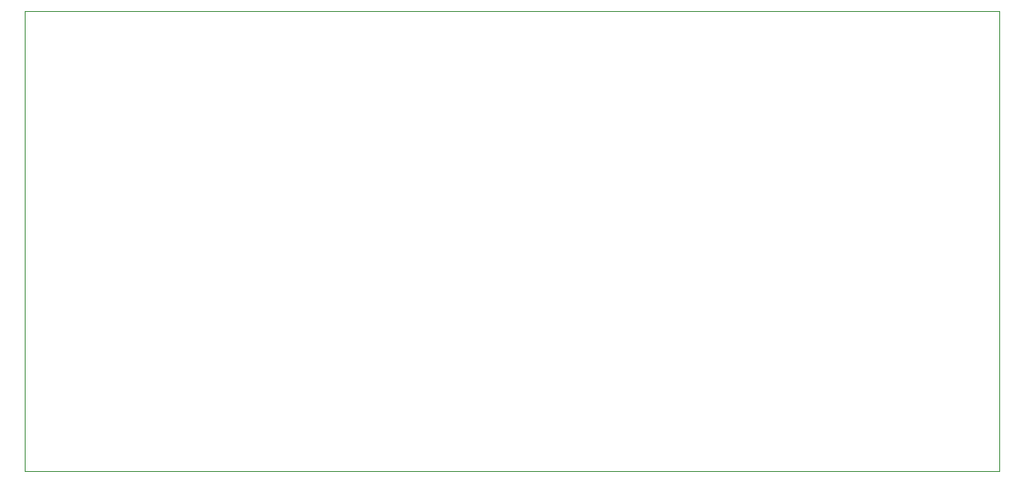
<source format=gbr>
%TF.GenerationSoftware,KiCad,Pcbnew,(6.0.7)*%
%TF.CreationDate,2022-09-16T08:47:36-07:00*%
%TF.ProjectId,Flight-Computer,466c6967-6874-42d4-936f-6d7075746572,1.0*%
%TF.SameCoordinates,Original*%
%TF.FileFunction,Profile,NP*%
%FSLAX46Y46*%
G04 Gerber Fmt 4.6, Leading zero omitted, Abs format (unit mm)*
G04 Created by KiCad (PCBNEW (6.0.7)) date 2022-09-16 08:47:36*
%MOMM*%
%LPD*%
G01*
G04 APERTURE LIST*
%TA.AperFunction,Profile*%
%ADD10C,0.050000*%
%TD*%
G04 APERTURE END LIST*
D10*
X89916000Y-101600000D02*
X186690000Y-101600000D01*
X89916000Y-55880000D02*
X89916000Y-101600000D01*
X186690000Y-55880000D02*
X186690000Y-101600000D01*
X89916000Y-55880000D02*
X186690000Y-55880000D01*
M02*

</source>
